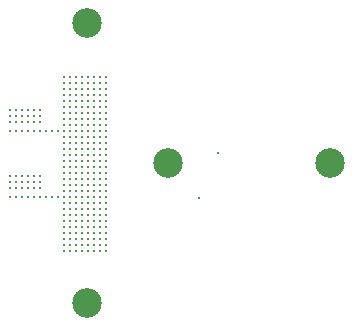
<source format=gbr>
G04 Layer_Color=0*
%FSLAX25Y25*%
%MOIN*%
%TF.FileFunction,PTH,Drill*%
%TF.Part,Single*%
G01*
G75*
%TA.AperFunction,OtherDrill*%
%ADD81C,0.09843*%
%TA.AperFunction,ViaDrill*%
%ADD82C,0.01000*%
D81*
X447736Y393701D02*
D03*
X393701D02*
D03*
X366683Y346905D02*
D03*
X366683Y440497D02*
D03*
D82*
X351000Y385500D02*
D03*
Y387500D02*
D03*
Y389500D02*
D03*
X404000Y382000D02*
D03*
X410500Y397000D02*
D03*
X371000Y366500D02*
D03*
X373000D02*
D03*
Y368500D02*
D03*
X371000D02*
D03*
X369000D02*
D03*
Y366500D02*
D03*
X367000D02*
D03*
Y368500D02*
D03*
Y370500D02*
D03*
X369000D02*
D03*
X371000D02*
D03*
X373000D02*
D03*
Y372500D02*
D03*
X371000D02*
D03*
X369000D02*
D03*
X367000D02*
D03*
Y374500D02*
D03*
X369000D02*
D03*
X371000D02*
D03*
X373000D02*
D03*
Y376500D02*
D03*
X371000D02*
D03*
X369000D02*
D03*
X367000D02*
D03*
Y378500D02*
D03*
X369000D02*
D03*
X371000D02*
D03*
X373000D02*
D03*
Y380500D02*
D03*
X371000D02*
D03*
X369000D02*
D03*
X367000D02*
D03*
Y382500D02*
D03*
X369000D02*
D03*
X371000D02*
D03*
X373000D02*
D03*
X365000Y366500D02*
D03*
Y368500D02*
D03*
Y370500D02*
D03*
Y372500D02*
D03*
Y374500D02*
D03*
Y376500D02*
D03*
Y378500D02*
D03*
Y380500D02*
D03*
Y382500D02*
D03*
Y384500D02*
D03*
X367000D02*
D03*
X369000D02*
D03*
X371000D02*
D03*
X373000D02*
D03*
Y386500D02*
D03*
X371000D02*
D03*
X369000D02*
D03*
X367000D02*
D03*
D03*
X365000D02*
D03*
X363000D02*
D03*
Y384500D02*
D03*
Y382500D02*
D03*
Y380500D02*
D03*
Y378500D02*
D03*
Y376500D02*
D03*
Y374500D02*
D03*
Y372500D02*
D03*
Y370500D02*
D03*
Y368500D02*
D03*
Y366500D02*
D03*
X359000D02*
D03*
X361000D02*
D03*
X359000Y368500D02*
D03*
Y370500D02*
D03*
Y372500D02*
D03*
Y374500D02*
D03*
Y376500D02*
D03*
Y378500D02*
D03*
Y380500D02*
D03*
Y382500D02*
D03*
X361000Y368500D02*
D03*
Y370500D02*
D03*
Y372500D02*
D03*
Y374500D02*
D03*
Y376500D02*
D03*
Y378500D02*
D03*
Y380500D02*
D03*
Y382500D02*
D03*
Y384500D02*
D03*
Y386500D02*
D03*
X373000Y388500D02*
D03*
X371000D02*
D03*
X369000D02*
D03*
X367000D02*
D03*
Y390500D02*
D03*
X369000D02*
D03*
X371000D02*
D03*
X373000D02*
D03*
Y392500D02*
D03*
X371000D02*
D03*
X369000D02*
D03*
X367000D02*
D03*
X365000D02*
D03*
Y390500D02*
D03*
Y388500D02*
D03*
X363000D02*
D03*
Y390500D02*
D03*
Y392500D02*
D03*
X365000Y394500D02*
D03*
X363000D02*
D03*
X367000D02*
D03*
X369000D02*
D03*
X371000D02*
D03*
X373000D02*
D03*
Y396500D02*
D03*
X371000D02*
D03*
D03*
X369000D02*
D03*
X367000D02*
D03*
X365000D02*
D03*
X363000D02*
D03*
X361000D02*
D03*
Y394500D02*
D03*
Y392500D02*
D03*
Y390500D02*
D03*
Y388500D02*
D03*
X359000D02*
D03*
Y390500D02*
D03*
Y392500D02*
D03*
Y394500D02*
D03*
Y396500D02*
D03*
X373000Y398500D02*
D03*
X371000D02*
D03*
X369000D02*
D03*
X367000D02*
D03*
Y400500D02*
D03*
X369000D02*
D03*
X371000D02*
D03*
X373000D02*
D03*
Y402500D02*
D03*
X371000D02*
D03*
X369000D02*
D03*
X367000D02*
D03*
X365000D02*
D03*
Y400500D02*
D03*
Y398500D02*
D03*
X363000D02*
D03*
Y400500D02*
D03*
Y402500D02*
D03*
X361000Y398500D02*
D03*
Y400500D02*
D03*
X359000Y398500D02*
D03*
Y400500D02*
D03*
Y402500D02*
D03*
Y404500D02*
D03*
X361000Y402500D02*
D03*
X373000Y404500D02*
D03*
X371000D02*
D03*
X369000D02*
D03*
X367000D02*
D03*
X365000D02*
D03*
X363000D02*
D03*
X373000Y406500D02*
D03*
X371000D02*
D03*
Y408500D02*
D03*
X373000D02*
D03*
Y410500D02*
D03*
X371000D02*
D03*
Y412500D02*
D03*
X373000D02*
D03*
Y414500D02*
D03*
X371000D02*
D03*
X373000Y416500D02*
D03*
X371000D02*
D03*
Y418500D02*
D03*
X373000D02*
D03*
Y422500D02*
D03*
Y420500D02*
D03*
X371000D02*
D03*
Y422500D02*
D03*
X369000Y406500D02*
D03*
X367000D02*
D03*
X365000D02*
D03*
X363000D02*
D03*
X361000Y404500D02*
D03*
Y406500D02*
D03*
Y408500D02*
D03*
X363000D02*
D03*
X365000D02*
D03*
X367000D02*
D03*
X369000D02*
D03*
X367000Y410500D02*
D03*
X369000D02*
D03*
Y412500D02*
D03*
X367000D02*
D03*
X365000D02*
D03*
Y410500D02*
D03*
X363000D02*
D03*
Y412500D02*
D03*
X367000Y414500D02*
D03*
X369000D02*
D03*
Y416500D02*
D03*
X367000D02*
D03*
Y418500D02*
D03*
X369000D02*
D03*
Y420500D02*
D03*
Y422500D02*
D03*
X367000Y420500D02*
D03*
Y422500D02*
D03*
X365000D02*
D03*
Y420500D02*
D03*
Y418500D02*
D03*
Y416500D02*
D03*
Y414500D02*
D03*
X363000D02*
D03*
Y416500D02*
D03*
Y418500D02*
D03*
Y420500D02*
D03*
Y422500D02*
D03*
X361000D02*
D03*
Y420500D02*
D03*
Y418500D02*
D03*
Y416500D02*
D03*
Y414500D02*
D03*
Y412500D02*
D03*
Y410500D02*
D03*
X359000D02*
D03*
Y412500D02*
D03*
Y414500D02*
D03*
Y416500D02*
D03*
Y418500D02*
D03*
Y420500D02*
D03*
Y422500D02*
D03*
Y408500D02*
D03*
Y406500D02*
D03*
Y386500D02*
D03*
Y384500D02*
D03*
X357000Y404500D02*
D03*
X355000D02*
D03*
X353000D02*
D03*
X351000D02*
D03*
X349000D02*
D03*
X347000D02*
D03*
X345000D02*
D03*
X343000D02*
D03*
X341000D02*
D03*
X357000Y382500D02*
D03*
X355000D02*
D03*
X353000D02*
D03*
X351000D02*
D03*
X349000D02*
D03*
X347000D02*
D03*
X345000D02*
D03*
X343000D02*
D03*
X341000D02*
D03*
X373000Y364500D02*
D03*
X371000D02*
D03*
X369000D02*
D03*
X367000D02*
D03*
X365000D02*
D03*
X363000D02*
D03*
X361000D02*
D03*
X359000D02*
D03*
X351000Y407500D02*
D03*
X349000D02*
D03*
X347000D02*
D03*
X345000D02*
D03*
X343000D02*
D03*
X341000D02*
D03*
Y409500D02*
D03*
X343000D02*
D03*
X345000D02*
D03*
X347000D02*
D03*
X349000D02*
D03*
X351000D02*
D03*
Y411500D02*
D03*
X349000D02*
D03*
X347000D02*
D03*
X345000D02*
D03*
X343000D02*
D03*
X341000D02*
D03*
X349000Y385500D02*
D03*
X347000D02*
D03*
X345000D02*
D03*
X343000D02*
D03*
X341000D02*
D03*
Y387500D02*
D03*
X343000D02*
D03*
X345000D02*
D03*
X347000D02*
D03*
X349000D02*
D03*
Y389500D02*
D03*
X347000D02*
D03*
X345000D02*
D03*
X343000D02*
D03*
X341000D02*
D03*
%TF.MD5,FA7CAA76269DB525BC9DF85F96000D22*%
M02*

</source>
